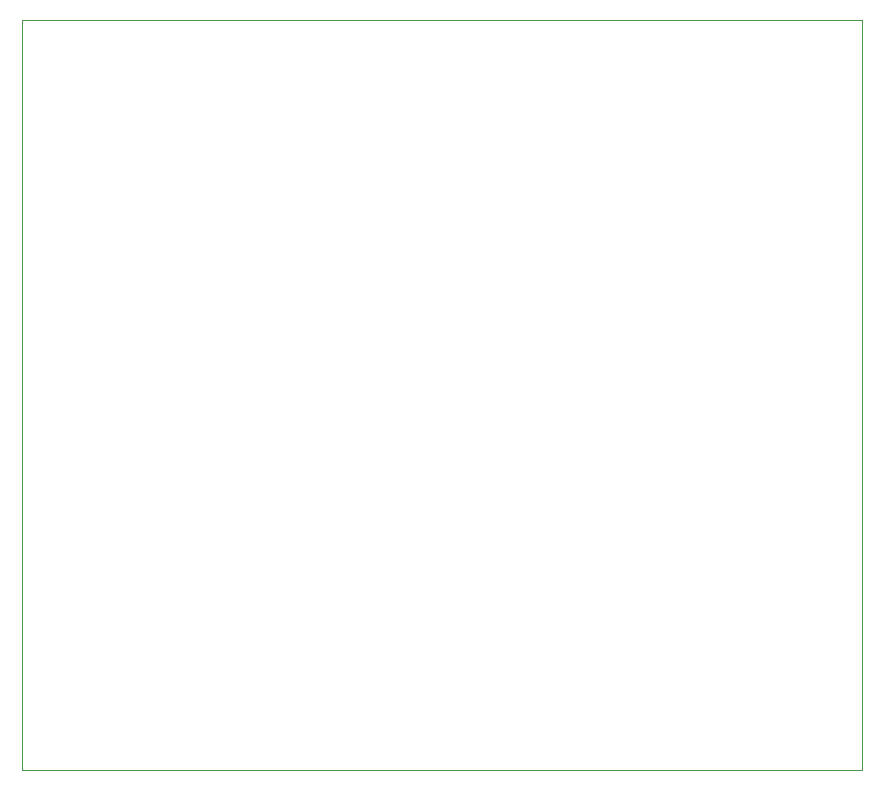
<source format=gbr>
%TF.GenerationSoftware,KiCad,Pcbnew,7.0.8*%
%TF.CreationDate,2025-10-26T15:42:26+01:00*%
%TF.ProjectId,Gyroskopicky-ovladac,4779726f-736b-46f7-9069-636b792d6f76,rev?*%
%TF.SameCoordinates,Original*%
%TF.FileFunction,Profile,NP*%
%FSLAX46Y46*%
G04 Gerber Fmt 4.6, Leading zero omitted, Abs format (unit mm)*
G04 Created by KiCad (PCBNEW 7.0.8) date 2025-10-26 15:42:26*
%MOMM*%
%LPD*%
G01*
G04 APERTURE LIST*
%TA.AperFunction,Profile*%
%ADD10C,0.100000*%
%TD*%
G04 APERTURE END LIST*
D10*
X165100000Y-48260000D02*
X165100000Y-111760000D01*
X93980000Y-48260000D02*
X165100000Y-48260000D01*
X93980000Y-111760000D02*
X93980000Y-48260000D01*
X165100000Y-111760000D02*
X93980000Y-111760000D01*
M02*

</source>
